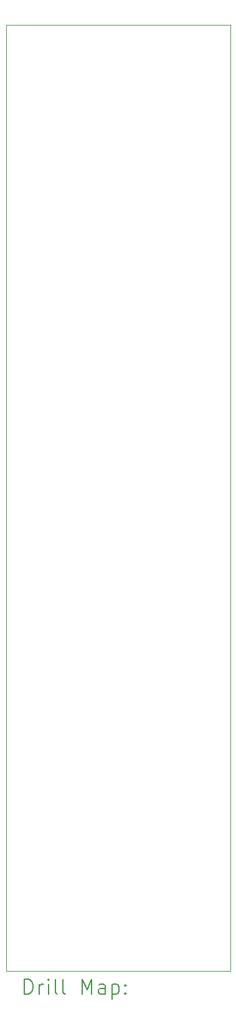
<source format=gbr>
%FSLAX45Y45*%
G04 Gerber Fmt 4.5, Leading zero omitted, Abs format (unit mm)*
G04 Created by KiCad (PCBNEW (6.0.5)) date 2023-05-17 00:43:46*
%MOMM*%
%LPD*%
G01*
G04 APERTURE LIST*
%TA.AperFunction,Profile*%
%ADD10C,0.100000*%
%TD*%
%ADD11C,0.200000*%
G04 APERTURE END LIST*
D10*
X5715000Y-3048000D02*
X8763000Y-3048000D01*
X8763000Y-3048000D02*
X8763000Y-15898000D01*
X8763000Y-15898000D02*
X5715000Y-15898000D01*
X5715000Y-15898000D02*
X5715000Y-3048000D01*
D11*
X5967619Y-16213476D02*
X5967619Y-16013476D01*
X6015238Y-16013476D01*
X6043809Y-16023000D01*
X6062857Y-16042048D01*
X6072381Y-16061095D01*
X6081905Y-16099190D01*
X6081905Y-16127762D01*
X6072381Y-16165857D01*
X6062857Y-16184905D01*
X6043809Y-16203952D01*
X6015238Y-16213476D01*
X5967619Y-16213476D01*
X6167619Y-16213476D02*
X6167619Y-16080143D01*
X6167619Y-16118238D02*
X6177143Y-16099190D01*
X6186667Y-16089667D01*
X6205714Y-16080143D01*
X6224762Y-16080143D01*
X6291428Y-16213476D02*
X6291428Y-16080143D01*
X6291428Y-16013476D02*
X6281905Y-16023000D01*
X6291428Y-16032524D01*
X6300952Y-16023000D01*
X6291428Y-16013476D01*
X6291428Y-16032524D01*
X6415238Y-16213476D02*
X6396190Y-16203952D01*
X6386667Y-16184905D01*
X6386667Y-16013476D01*
X6520000Y-16213476D02*
X6500952Y-16203952D01*
X6491428Y-16184905D01*
X6491428Y-16013476D01*
X6748571Y-16213476D02*
X6748571Y-16013476D01*
X6815238Y-16156333D01*
X6881905Y-16013476D01*
X6881905Y-16213476D01*
X7062857Y-16213476D02*
X7062857Y-16108714D01*
X7053333Y-16089667D01*
X7034286Y-16080143D01*
X6996190Y-16080143D01*
X6977143Y-16089667D01*
X7062857Y-16203952D02*
X7043809Y-16213476D01*
X6996190Y-16213476D01*
X6977143Y-16203952D01*
X6967619Y-16184905D01*
X6967619Y-16165857D01*
X6977143Y-16146809D01*
X6996190Y-16137286D01*
X7043809Y-16137286D01*
X7062857Y-16127762D01*
X7158095Y-16080143D02*
X7158095Y-16280143D01*
X7158095Y-16089667D02*
X7177143Y-16080143D01*
X7215238Y-16080143D01*
X7234286Y-16089667D01*
X7243809Y-16099190D01*
X7253333Y-16118238D01*
X7253333Y-16175381D01*
X7243809Y-16194428D01*
X7234286Y-16203952D01*
X7215238Y-16213476D01*
X7177143Y-16213476D01*
X7158095Y-16203952D01*
X7339048Y-16194428D02*
X7348571Y-16203952D01*
X7339048Y-16213476D01*
X7329524Y-16203952D01*
X7339048Y-16194428D01*
X7339048Y-16213476D01*
X7339048Y-16089667D02*
X7348571Y-16099190D01*
X7339048Y-16108714D01*
X7329524Y-16099190D01*
X7339048Y-16089667D01*
X7339048Y-16108714D01*
M02*

</source>
